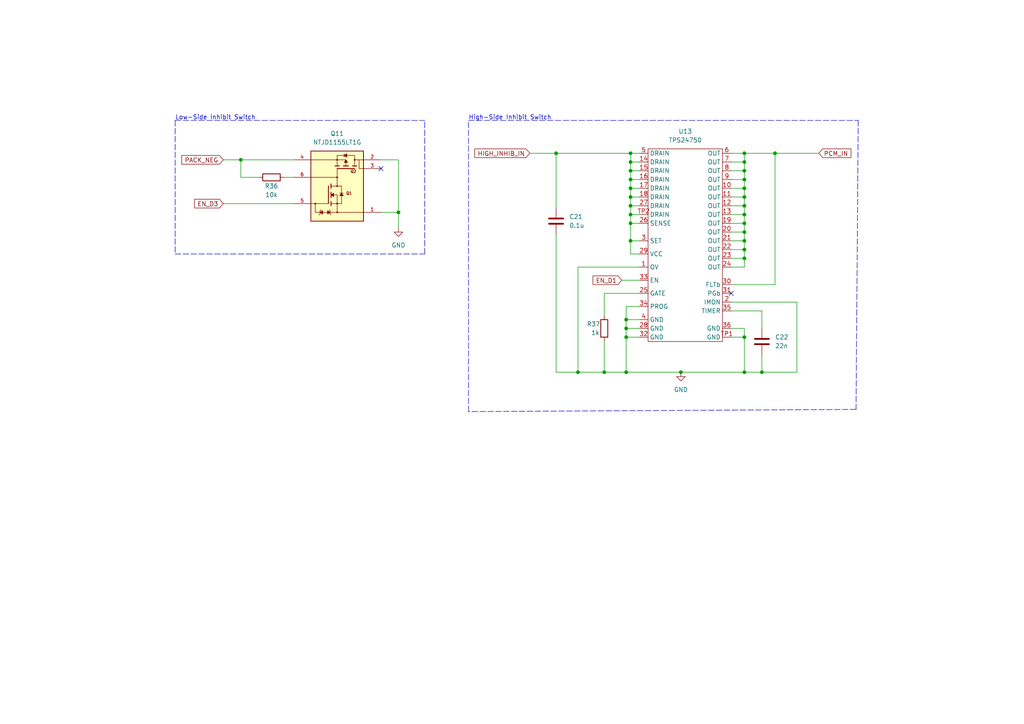
<source format=kicad_sch>
(kicad_sch (version 20211123) (generator eeschema)
  (paper "A4")
  (lib_symbols
    (symbol "Device:C" (pin_numbers hide) (pin_names (offset 0.254))
      (property "Reference" "C" (at 0.635 2.54 0))
      (property "Value" "C" (at 0.635 -2.54 0))
      (symbol "C_0_1"
        (polyline (pts (xy -2.032 -0.762) (xy 2.032 -0.762)) (stroke (width 0.508)))
        (polyline (pts (xy -2.032 0.762) (xy 2.032 0.762)) (stroke (width 0.508)))
      )
      (symbol "C_1_1"
        (pin passive line (at 0 3.81 270) (length 2.794) (name "~") (number "1"))
        (pin passive line (at 0 -3.81 90) (length 2.794) (name "~") (number "2"))
      )
    )
    (symbol "Device:R" (pin_numbers hide) (pin_names (offset 0))
      (property "Reference" "R" (at 2.032 0 90))
      (property "Value" "R" (at 0 0 90))
      (symbol "R_0_1"
        (rectangle (start -1.016 -2.54) (end 1.016 2.54) (stroke (width 0.254)))
      )
      (symbol "R_1_1"
        (pin passive line (at 0 3.81 270) (length 1.27) (name "~") (number "1"))
        (pin passive line (at 0 -3.81 90) (length 1.27) (name "~") (number "2"))
      )
    )
    (symbol "NTJD1155LT1G:NTJD1155LT1G" (pin_names (offset 1.016))
      (property "Reference" "Q?" (at 0 15.24 0))
      (property "Value" "NTJD1155LT1G" (at 0 12.7 0))
      (symbol "NTJD1155LT1G_0_0"
        (rectangle (start -7.62 -10.16) (end 7.62 10.16) (stroke (width 0.254)) (fill (type background)))
        (circle (center -6.35 -5.08) (radius 0.127) (stroke (width 0.254)))
        (circle (center 0 -7.62) (radius 0.127) (stroke (width 0.254)))
        (circle (center 0 -5.08) (radius 0.127) (stroke (width 0.254)))
        (polyline (pts (xy -6.35 -7.62) (xy -6.35 -5.08)) (stroke (width 0.1524)))
        (polyline (pts (xy -6.35 -7.62) (xy -4.953 -7.62)) (stroke (width 0.1524)))
        (polyline (pts (xy -4.953 -8.128) (xy -5.207 -8.382)) (stroke (width 0.1524)))
        (polyline (pts (xy -4.953 -7.62) (xy -4.953 -8.128)) (stroke (width 0.1524)))
        (polyline (pts (xy -4.953 -7.62) (xy -1.905 -7.62)) (stroke (width 0.1524)))
        (polyline (pts (xy -4.953 -7.112) (xy -4.953 -7.62)) (stroke (width 0.1524)))
        (polyline (pts (xy -4.699 -6.858) (xy -4.953 -7.112)) (stroke (width 0.1524)))
        (polyline (pts (xy -2.54 -5.08) (xy -7.62 -5.08)) (stroke (width 0.1524)))
        (polyline (pts (xy -2.54 0) (xy -2.54 -5.08)) (stroke (width 0.254)))
        (polyline (pts (xy -2.032 -8.128) (xy -2.032 -7.62)) (stroke (width 0.1524)))
        (polyline (pts (xy -2.032 -7.62) (xy -2.032 -7.112)) (stroke (width 0.1524)))
        (polyline (pts (xy -2.032 -7.112) (xy -2.286 -6.858)) (stroke (width 0.1524)))
        (polyline (pts (xy -1.778 -8.382) (xy -2.032 -8.128)) (stroke (width 0.1524)))
        (polyline (pts (xy -1.778 -5.08) (xy -1.778 -5.715)) (stroke (width 0.254)))
        (polyline (pts (xy -1.778 -4.445) (xy -1.778 -5.08)) (stroke (width 0.254)))
        (polyline (pts (xy -1.778 -2.54) (xy -1.778 -3.302)) (stroke (width 0.254)))
        (polyline (pts (xy -1.778 -2.54) (xy 0 -2.54)) (stroke (width 0.1524)))
        (polyline (pts (xy -1.778 -1.778) (xy -1.778 -2.54)) (stroke (width 0.254)))
        (polyline (pts (xy -1.778 0) (xy -1.778 -0.635)) (stroke (width 0.254)))
        (polyline (pts (xy -1.778 0) (xy 1.27 0)) (stroke (width 0.1524)))
        (polyline (pts (xy -1.778 0.635) (xy -1.778 0)) (stroke (width 0.254)))
        (polyline (pts (xy -0.635 5.842) (xy 0 5.842)) (stroke (width 0.254)))
        (polyline (pts (xy 0 -7.62) (xy -2.032 -7.62)) (stroke (width 0.1524)))
        (polyline (pts (xy 0 -7.62) (xy 0 -5.08)) (stroke (width 0.1524)))
        (polyline (pts (xy 0 -5.08) (xy -1.778 -5.08)) (stroke (width 0.1524)))
        (polyline (pts (xy 0 -5.08) (xy 1.27 -5.08)) (stroke (width 0.1524)))
        (polyline (pts (xy 0 -2.54) (xy 0 -5.08)) (stroke (width 0.1524)))
        (polyline (pts (xy 0 0) (xy 0 2.54)) (stroke (width 0.1524)))
        (polyline (pts (xy 0 2.54) (xy -7.62 2.54)) (stroke (width 0.1524)))
        (polyline (pts (xy 0 2.54) (xy 0 5.08)) (stroke (width 0.1524)))
        (polyline (pts (xy 0 5.08) (xy 5.08 5.08)) (stroke (width 0.254)))
        (polyline (pts (xy 0 5.842) (xy 0 7.62)) (stroke (width 0.1524)))
        (polyline (pts (xy 0 5.842) (xy 0.635 5.842)) (stroke (width 0.254)))
        (polyline (pts (xy 0 7.62) (xy -7.62 7.62)) (stroke (width 0.1524)))
        (polyline (pts (xy 0 7.62) (xy 0 8.89)) (stroke (width 0.1524)))
        (polyline (pts (xy 0 8.89) (xy 2.032 8.89)) (stroke (width 0.1524)))
        (polyline (pts (xy 1.27 -2.032) (xy 0.762 -2.032)) (stroke (width 0.1524)))
        (polyline (pts (xy 1.27 -2.032) (xy 1.27 -5.08)) (stroke (width 0.1524)))
        (polyline (pts (xy 1.27 0) (xy 1.27 -2.032)) (stroke (width 0.1524)))
        (polyline (pts (xy 1.778 -2.032) (xy 1.27 -2.032)) (stroke (width 0.1524)))
        (polyline (pts (xy 1.778 5.842) (xy 2.54 5.842)) (stroke (width 0.254)))
        (polyline (pts (xy 2.032 8.89) (xy 2.032 8.382)) (stroke (width 0.1524)))
        (polyline (pts (xy 2.032 8.89) (xy 5.08 8.89)) (stroke (width 0.1524)))
        (polyline (pts (xy 2.032 9.398) (xy 2.032 8.89)) (stroke (width 0.1524)))
        (polyline (pts (xy 2.54 5.842) (xy 2.54 7.62)) (stroke (width 0.1524)))
        (polyline (pts (xy 2.54 5.842) (xy 3.302 5.842)) (stroke (width 0.254)))
        (polyline (pts (xy 2.54 7.62) (xy 0 7.62)) (stroke (width 0.1524)))
        (polyline (pts (xy 4.445 5.842) (xy 5.08 5.842)) (stroke (width 0.254)))
        (polyline (pts (xy 5.08 5.842) (xy 5.715 5.842)) (stroke (width 0.254)))
        (polyline (pts (xy 5.08 7.62) (xy 5.08 5.842)) (stroke (width 0.1524)))
        (polyline (pts (xy 5.08 7.62) (xy 5.08 8.89)) (stroke (width 0.1524)))
        (polyline (pts (xy 7.62 -7.62) (xy 0 -7.62)) (stroke (width 0.1524)))
        (polyline (pts (xy 7.62 7.62) (xy 5.08 7.62)) (stroke (width 0.1524)))
        (polyline (pts (xy -4.953 -7.62) (xy -4.191 -8.128) (xy -4.191 -7.112) (xy -4.953 -7.62)) (stroke (width 0.1524)) (fill (type outline)))
        (polyline (pts (xy -2.032 -7.62) (xy -2.794 -7.112) (xy -2.794 -8.128) (xy -2.032 -7.62)) (stroke (width 0.1524)) (fill (type outline)))
        (polyline (pts (xy -1.778 -2.54) (xy -1.016 -3.048) (xy -1.016 -2.032) (xy -1.778 -2.54)) (stroke (width 0.1524)) (fill (type outline)))
        (polyline (pts (xy 1.27 -2.032) (xy 0.762 -2.794) (xy 1.778 -2.794) (xy 1.27 -2.032)) (stroke (width 0.1524)) (fill (type outline)))
        (polyline (pts (xy 2.032 8.89) (xy 2.794 8.382) (xy 2.794 9.398) (xy 2.032 8.89)) (stroke (width 0.1524)) (fill (type outline)))
        (polyline (pts (xy 2.54 7.62) (xy 2.032 6.858) (xy 3.048 6.858) (xy 2.54 7.62)) (stroke (width 0.1524)) (fill (type outline)))
        (circle (center 0 0) (radius 0.127) (stroke (width 0.254)))
        (circle (center 0 2.54) (radius 0.127) (stroke (width 0.254)))
        (circle (center 0 7.62) (radius 0.127) (stroke (width 0.254)))
        (circle (center 5.08 7.62) (radius 0.127) (stroke (width 0.254)))
        (text "Q1" (at 2.54 -2.54 0) (effects (font (size 0.8128 0.8128)) (justify left bottom)))
        (text "Q2" (at 3.81 3.81 0) (effects (font (size 0.8128 0.8128)) (justify left bottom)))
        (pin passive line (at 12.7 -7.62 180) (length 5.08) (name "~") (number "1"))
        (pin passive line (at 12.7 7.62 180) (length 5.08) (name "~") (number "2"))
        (pin passive line (at 12.7 5.08 180) (length 5.08) (name "~") (number "3"))
        (pin passive line (at -12.7 7.62 0) (length 5.08) (name "~") (number "4"))
        (pin passive line (at -12.7 -5.08 0) (length 5.08) (name "~") (number "5"))
        (pin passive line (at -12.7 2.54 0) (length 5.08) (name "~") (number "6"))
      )
      (symbol "NTJD1155LT1G_0_1"
        (polyline (pts (xy 6.35 7.62) (xy 6.35 5.08) (xy 7.62 5.08)))
      )
    )
    (symbol "TPS24750:TPS24750"
      (property "Reference" "U13" (at -0.635 17.78 0))
      (property "Value" "TPS24750" (at -0.635 15.24 0))
      (symbol "TPS24750_0_1"
        (rectangle (start -11.43 12.7) (end 10.16 -43.18))
      )
      (symbol "TPS24750_1_1"
        (pin input line (at -13.97 -21.59 0) (length 2.54) (name "OV") (number "1"))
        (pin output line (at 12.7 1.27 180) (length 2.54) (name "OUT") (number "10"))
        (pin output line (at 12.7 -1.27 180) (length 2.54) (name "OUT") (number "11"))
        (pin output line (at 12.7 -3.81 180) (length 2.54) (name "OUT") (number "12"))
        (pin output line (at 12.7 -6.35 180) (length 2.54) (name "OUT") (number "13"))
        (pin input line (at -13.97 8.89 0) (length 2.54) (name "DRAIN") (number "14"))
        (pin input line (at -13.97 6.35 0) (length 2.54) (name "DRAIN") (number "15"))
        (pin input line (at -13.97 3.81 0) (length 2.54) (name "DRAIN") (number "16"))
        (pin input line (at -13.97 1.27 0) (length 2.54) (name "DRAIN") (number "17"))
        (pin input line (at -13.97 -1.27 0) (length 2.54) (name "DRAIN") (number "18"))
        (pin output line (at 12.7 -8.89 180) (length 2.54) (name "OUT") (number "19"))
        (pin output line (at 12.7 -31.75 180) (length 2.54) (name "IMON") (number "2"))
        (pin output line (at 12.7 -11.43 180) (length 2.54) (name "OUT") (number "20"))
        (pin output line (at 12.7 -13.97 180) (length 2.54) (name "OUT") (number "21"))
        (pin output line (at 12.7 -16.51 180) (length 2.54) (name "OUT") (number "22"))
        (pin output line (at 12.7 -19.05 180) (length 2.54) (name "OUT") (number "23"))
        (pin output line (at 12.7 -21.59 180) (length 2.54) (name "OUT") (number "24"))
        (pin bidirectional line (at -13.97 -29.21 0) (length 2.54) (name "GATE") (number "25"))
        (pin input line (at -13.97 -8.89 0) (length 2.54) (name "SENSE") (number "26"))
        (pin input line (at -13.97 -3.81 0) (length 2.54) (name "DRAIN") (number "27"))
        (pin input line (at -13.97 -39.37 0) (length 2.54) (name "GND") (number "28"))
        (pin input line (at -13.97 -17.78 0) (length 2.54) (name "VCC") (number "29"))
        (pin input line (at -13.97 -13.97 0) (length 2.54) (name "SET") (number "3"))
        (pin output line (at 12.7 -26.67 180) (length 2.54) (name "FLTb") (number "30"))
        (pin output line (at 12.7 -29.21 180) (length 2.54) (name "PGb") (number "31"))
        (pin input line (at -13.97 -41.91 0) (length 2.54) (name "GND") (number "32"))
        (pin input line (at -13.97 -25.4 0) (length 2.54) (name "EN") (number "33"))
        (pin input line (at -13.97 -33.02 0) (length 2.54) (name "PROG") (number "34"))
        (pin bidirectional line (at 12.7 -34.29 180) (length 2.54) (name "TIMER") (number "35"))
        (pin output line (at 12.7 -39.37 180) (length 2.54) (name "GND") (number "36"))
        (pin input line (at -13.97 -36.83 0) (length 2.54) (name "GND") (number "4"))
        (pin input line (at -13.97 11.43 0) (length 2.54) (name "DRAIN") (number "5"))
        (pin output line (at 12.7 11.43 180) (length 2.54) (name "OUT") (number "6"))
        (pin output line (at 12.7 8.89 180) (length 2.54) (name "OUT") (number "7"))
        (pin output line (at 12.7 6.35 180) (length 2.54) (name "OUT") (number "8"))
        (pin output line (at 12.7 3.81 180) (length 2.54) (name "OUT") (number "9"))
        (pin output line (at 12.7 -41.91 180) (length 2.54) (name "GND") (number "TP1"))
        (pin input line (at -13.97 -6.35 0) (length 2.54) (name "DRAIN") (number "TP2"))
      )
    )
    (symbol "power:GND" (power) (pin_names (offset 0))
      (property "Value" "GND" (at 0 -3.81 0))
      (symbol "GND_0_1"
        (polyline (pts (xy 0 0) (xy 0 -1.27) (xy 1.27 -1.27) (xy 0 -2.54) (xy -1.27 -1.27) (xy 0 -1.27)))
      )
      (symbol "GND_1_1"
        (pin power_in line (at 0 0 270) (length 0) hide (name "GND") (number "1"))
      )
    )
  )
  (junction (at 215.9 69.85))
  (junction (at 182.88 52.07))
  (junction (at 215.9 67.31))
  (junction (at 215.9 59.69))
  (junction (at 215.9 52.07))
  (junction (at 215.9 44.45))
  (junction (at 182.88 54.61))
  (junction (at 224.79 44.45))
  (junction (at 69.85 46.355))
  (junction (at 215.9 46.99))
  (junction (at 215.9 74.93))
  (junction (at 182.88 69.85))
  (junction (at 182.88 49.53))
  (junction (at 161.29 44.45))
  (junction (at 215.9 49.53))
  (junction (at 220.98 107.95))
  (junction (at 215.9 72.39))
  (junction (at 197.485 107.95))
  (junction (at 182.88 46.99))
  (junction (at 182.88 59.69))
  (junction (at 215.9 64.77))
  (junction (at 215.9 97.79))
  (junction (at 215.9 62.23))
  (junction (at 215.9 54.61))
  (junction (at 175.26 107.95))
  (junction (at 181.61 107.95))
  (junction (at 182.88 64.77))
  (junction (at 181.61 95.25))
  (junction (at 182.88 62.23))
  (junction (at 181.61 92.71))
  (junction (at 215.9 57.15))
  (junction (at 182.88 57.15))
  (junction (at 181.61 97.79))
  (junction (at 115.57 61.595))
  (junction (at 167.64 107.95))
  (junction (at 182.88 44.45))
  (junction (at 215.9 107.95))
  (no_connect (at 212.09 85.09))
  (no_connect (at 110.49 48.895))
  (wire (pts (xy 215.9 74.93) (xy 215.9 77.47)))
  (wire (pts (xy 220.98 90.17) (xy 220.98 95.25)))
  (wire (pts (xy 215.9 54.61) (xy 215.9 52.07)))
  (wire (pts (xy 161.29 44.45) (xy 161.29 60.325)))
  (wire (pts (xy 224.79 44.45) (xy 237.49 44.45)))
  (wire (pts (xy 197.485 107.95) (xy 215.9 107.95)))
  (wire (pts (xy 215.9 72.39) (xy 215.9 74.93)))
  (wire (pts (xy 182.88 69.85) (xy 182.88 73.66)))
  (wire (pts (xy 182.88 52.07) (xy 185.42 52.07)))
  (wire (pts (xy 215.9 44.45) (xy 224.79 44.45)))
  (wire (pts (xy 182.88 62.23) (xy 182.88 64.77)))
  (wire (pts (xy 182.88 52.07) (xy 182.88 54.61)))
  (wire (pts (xy 182.88 64.77) (xy 185.42 64.77)))
  (wire (pts (xy 215.9 95.25) (xy 215.9 97.79)))
  (wire (pts (xy 69.85 46.355) (xy 69.85 51.435)))
  (wire (pts (xy 182.88 54.61) (xy 185.42 54.61)))
  (wire (pts (xy 161.29 107.95) (xy 167.64 107.95)))
  (wire (pts (xy 181.61 107.95) (xy 197.485 107.95)))
  (wire (pts (xy 64.77 46.355) (xy 69.85 46.355)))
  (polyline (pts (xy 248.92 34.925) (xy 248.285 118.745)))
  (polyline (pts (xy 123.19 73.66) (xy 123.19 34.925)))
  (wire (pts (xy 182.88 64.77) (xy 182.88 69.85)))
  (wire (pts (xy 215.9 52.07) (xy 215.9 49.53)))
  (wire (pts (xy 182.88 59.69) (xy 182.88 62.23)))
  (wire (pts (xy 212.09 62.23) (xy 215.9 62.23)))
  (wire (pts (xy 212.09 95.25) (xy 215.9 95.25)))
  (wire (pts (xy 182.88 49.53) (xy 185.42 49.53)))
  (wire (pts (xy 215.9 64.77) (xy 215.9 62.23)))
  (wire (pts (xy 110.49 46.355) (xy 115.57 46.355)))
  (wire (pts (xy 182.88 46.99) (xy 185.42 46.99)))
  (wire (pts (xy 215.9 69.85) (xy 215.9 72.39)))
  (wire (pts (xy 115.57 61.595) (xy 115.57 46.355)))
  (wire (pts (xy 212.09 67.31) (xy 215.9 67.31)))
  (wire (pts (xy 185.42 88.9) (xy 181.61 88.9)))
  (wire (pts (xy 212.09 57.15) (xy 215.9 57.15)))
  (wire (pts (xy 212.09 87.63) (xy 231.14 87.63)))
  (polyline (pts (xy 135.89 34.925) (xy 248.92 34.925)))
  (wire (pts (xy 64.77 59.055) (xy 85.09 59.055)))
  (wire (pts (xy 181.61 88.9) (xy 181.61 92.71)))
  (wire (pts (xy 182.88 46.99) (xy 182.88 49.53)))
  (wire (pts (xy 115.57 66.04) (xy 115.57 61.595)))
  (wire (pts (xy 182.88 49.53) (xy 182.88 52.07)))
  (wire (pts (xy 212.09 46.99) (xy 215.9 46.99)))
  (wire (pts (xy 161.29 67.945) (xy 161.29 107.95)))
  (wire (pts (xy 69.85 51.435) (xy 74.93 51.435)))
  (wire (pts (xy 212.09 54.61) (xy 215.9 54.61)))
  (wire (pts (xy 175.26 99.06) (xy 175.26 107.95)))
  (wire (pts (xy 212.09 77.47) (xy 215.9 77.47)))
  (wire (pts (xy 181.61 97.79) (xy 181.61 107.95)))
  (wire (pts (xy 182.88 44.45) (xy 185.42 44.45)))
  (wire (pts (xy 212.09 72.39) (xy 215.9 72.39)))
  (wire (pts (xy 180.34 81.28) (xy 185.42 81.28)))
  (wire (pts (xy 215.9 64.77) (xy 215.9 67.31)))
  (wire (pts (xy 215.9 59.69) (xy 215.9 57.15)))
  (wire (pts (xy 175.26 85.09) (xy 175.26 91.44)))
  (wire (pts (xy 182.88 62.23) (xy 185.42 62.23)))
  (wire (pts (xy 182.88 69.85) (xy 185.42 69.85)))
  (wire (pts (xy 181.61 95.25) (xy 181.61 97.79)))
  (wire (pts (xy 215.9 46.99) (xy 215.9 44.45)))
  (wire (pts (xy 69.85 46.355) (xy 85.09 46.355)))
  (polyline (pts (xy 248.285 118.745) (xy 135.89 119.38)))
  (wire (pts (xy 167.64 77.47) (xy 167.64 107.95)))
  (wire (pts (xy 175.26 107.95) (xy 181.61 107.95)))
  (wire (pts (xy 185.42 85.09) (xy 175.26 85.09)))
  (wire (pts (xy 181.61 95.25) (xy 185.42 95.25)))
  (polyline (pts (xy 50.8 34.925) (xy 50.8 73.66)))
  (wire (pts (xy 110.49 61.595) (xy 115.57 61.595)))
  (wire (pts (xy 212.09 64.77) (xy 215.9 64.77)))
  (wire (pts (xy 215.9 107.95) (xy 220.98 107.95)))
  (wire (pts (xy 215.9 49.53) (xy 215.9 46.99)))
  (wire (pts (xy 215.9 62.23) (xy 215.9 59.69)))
  (wire (pts (xy 182.88 44.45) (xy 182.88 46.99)))
  (wire (pts (xy 212.09 52.07) (xy 215.9 52.07)))
  (wire (pts (xy 215.9 67.31) (xy 215.9 69.85)))
  (wire (pts (xy 212.09 44.45) (xy 215.9 44.45)))
  (wire (pts (xy 231.14 107.95) (xy 231.14 87.63)))
  (wire (pts (xy 181.61 92.71) (xy 185.42 92.71)))
  (wire (pts (xy 181.61 97.79) (xy 185.42 97.79)))
  (wire (pts (xy 220.98 102.87) (xy 220.98 107.95)))
  (polyline (pts (xy 50.8 73.66) (xy 123.19 73.66)))
  (wire (pts (xy 220.98 107.95) (xy 231.14 107.95)))
  (wire (pts (xy 215.9 97.79) (xy 215.9 107.95)))
  (wire (pts (xy 182.88 54.61) (xy 182.88 57.15)))
  (wire (pts (xy 212.09 90.17) (xy 220.98 90.17)))
  (wire (pts (xy 212.09 74.93) (xy 215.9 74.93)))
  (wire (pts (xy 182.88 57.15) (xy 182.88 59.69)))
  (wire (pts (xy 212.09 82.55) (xy 224.79 82.55)))
  (wire (pts (xy 82.55 51.435) (xy 85.09 51.435)))
  (wire (pts (xy 212.09 49.53) (xy 215.9 49.53)))
  (wire (pts (xy 167.64 107.95) (xy 175.26 107.95)))
  (wire (pts (xy 224.79 82.55) (xy 224.79 44.45)))
  (wire (pts (xy 182.88 59.69) (xy 185.42 59.69)))
  (wire (pts (xy 182.88 57.15) (xy 185.42 57.15)))
  (wire (pts (xy 185.42 77.47) (xy 167.64 77.47)))
  (wire (pts (xy 215.9 57.15) (xy 215.9 54.61)))
  (wire (pts (xy 153.67 44.45) (xy 161.29 44.45)))
  (polyline (pts (xy 50.8 34.925) (xy 123.19 34.925)))
  (polyline (pts (xy 135.89 119.38) (xy 135.89 34.925)))
  (wire (pts (xy 212.09 97.79) (xy 215.9 97.79)))
  (wire (pts (xy 161.29 44.45) (xy 182.88 44.45)))
  (wire (pts (xy 212.09 59.69) (xy 215.9 59.69)))
  (wire (pts (xy 181.61 92.71) (xy 181.61 95.25)))
  (wire (pts (xy 212.09 69.85) (xy 215.9 69.85)))
  (wire (pts (xy 182.88 73.66) (xy 185.42 73.66)))
  (text "Low-Side Inhibit Switch\n" (at 50.8 34.925 0) (effects (font (size 1.27 1.27)) (justify left bottom)))
  (text "High-Side Inhibit Switch\n" (at 135.89 34.925 0) (effects (font (size 1.27 1.27)) (justify left bottom)))
  (global_label "HIGH_INHIB_IN" (shape input) (at 153.67 44.45 180) (property "Intersheet References" "${INTERSHEET_REFS}" (effects hide)))
  (global_label "PACK_NEG" (shape input) (at 64.77 46.355 180) (property "Intersheet References" "${INTERSHEET_REFS}" (effects hide)))
  (global_label "EN_D1" (shape input) (at 180.34 81.28 180) (property "Intersheet References" "${INTERSHEET_REFS}" (effects hide)))
  (global_label "EN_D3" (shape input) (at 64.77 59.055 180) (property "Intersheet References" "${INTERSHEET_REFS}" (effects hide)))
  (global_label "PCM_IN" (shape input) (at 237.49 44.45 0) (property "Intersheet References" "${INTERSHEET_REFS}" (effects hide)))
  (symbol (lib_id "Device:R") (at 78.74 51.435 90) (unit 1)
    (property "Reference" "R36" (at 78.74 53.975 90))
    (property "Value" "10k" (at 78.74 56.515 90))
    (property "Footprint" "Resistor_SMD:R_0402_1005Metric" (effects hide))
  )
  (symbol (lib_id "TPS24750:TPS24750") (at 199.39 55.88 0) (unit 1)
    (property "Reference" "U13" (at 198.755 38.1 0))
    (property "Value" "TPS24750" (at 198.755 40.64 0))
    (property "Footprint" "qset-footprints:TPS24750" (effects hide))
  )
  (symbol (lib_id "power:GND") (at 197.485 107.95 0) (unit 1)
    (property "Reference" "#PWR0119" (effects hide))
    (property "Value" "GND" (at 197.485 113.03 0))
  )
  (symbol (lib_id "Device:R") (at 175.26 95.25 0) (unit 1)
    (property "Reference" "R37" (at 170.18 93.98 0) (effects (justify left)))
    (property "Value" "1k" (at 171.45 96.52 0) (effects (justify left)))
    (property "Footprint" "Resistor_SMD:R_0402_1005Metric" (effects hide))
  )
  (symbol (lib_id "power:GND") (at 115.57 66.04 0) (unit 1)
    (property "Reference" "#PWR0118" (effects hide))
    (property "Value" "GND" (at 115.57 71.12 0))
  )
  (symbol (lib_id "Device:C") (at 220.98 99.06 0) (unit 1)
    (property "Reference" "C22" (at 224.79 97.7899 0) (effects (justify left)))
    (property "Value" "22n" (at 224.79 100.3299 0) (effects (justify left)))
    (property "Footprint" "Capacitor_SMD:C_01005_0402Metric" (effects hide))
  )
  (symbol (lib_id "Device:C") (at 161.29 64.135 0) (unit 1)
    (property "Reference" "C21" (at 165.1 62.8649 0) (effects (justify left)))
    (property "Value" "0.1u" (at 165.1 65.4049 0) (effects (justify left)))
    (property "Footprint" "Capacitor_SMD:C_01005_0402Metric" (effects hide))
  )
  (symbol (lib_id "NTJD1155LT1G:NTJD1155LT1G") (at 97.79 53.975 0) (unit 1)
    (property "Reference" "Q11" (at 97.79 38.735 0))
    (property "Value" "NTJD1155LT1G" (at 97.79 41.275 0))
    (property "Footprint" "TRANS_NTJD1155LT1G" (effects hide))
    (property "PARTREV" "Rev. 6" (effects hide))
    (property "STANDARD" "Manufacturer recommendations" (effects hide))
    (property "MAXIMUM_PACKAGE_HEIGHT" "1.1mm" (effects hide))
    (property "MANUFACTURER" "ON Semiconductor" (effects hide))
  )
)
</source>
